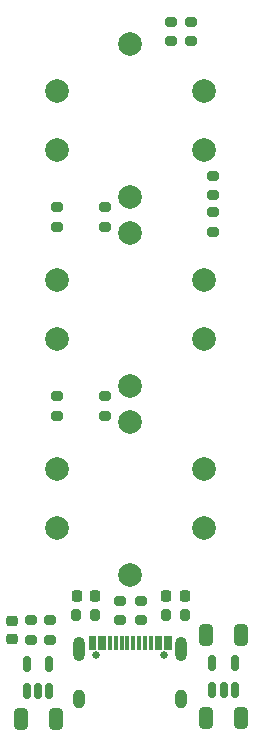
<source format=gts>
%TF.GenerationSoftware,KiCad,Pcbnew,(6.0.5)*%
%TF.CreationDate,2022-11-21T17:11:25+07:00*%
%TF.ProjectId,Smart_P_ESP_3,536d6172-745f-4505-9f45-53505f332e6b,rev?*%
%TF.SameCoordinates,PX88da2e0PY8b54f20*%
%TF.FileFunction,Soldermask,Top*%
%TF.FilePolarity,Negative*%
%FSLAX46Y46*%
G04 Gerber Fmt 4.6, Leading zero omitted, Abs format (unit mm)*
G04 Created by KiCad (PCBNEW (6.0.5)) date 2022-11-21 17:11:25*
%MOMM*%
%LPD*%
G01*
G04 APERTURE LIST*
G04 Aperture macros list*
%AMRoundRect*
0 Rectangle with rounded corners*
0 $1 Rounding radius*
0 $2 $3 $4 $5 $6 $7 $8 $9 X,Y pos of 4 corners*
0 Add a 4 corners polygon primitive as box body*
4,1,4,$2,$3,$4,$5,$6,$7,$8,$9,$2,$3,0*
0 Add four circle primitives for the rounded corners*
1,1,$1+$1,$2,$3*
1,1,$1+$1,$4,$5*
1,1,$1+$1,$6,$7*
1,1,$1+$1,$8,$9*
0 Add four rect primitives between the rounded corners*
20,1,$1+$1,$2,$3,$4,$5,0*
20,1,$1+$1,$4,$5,$6,$7,0*
20,1,$1+$1,$6,$7,$8,$9,0*
20,1,$1+$1,$8,$9,$2,$3,0*%
G04 Aperture macros list end*
%ADD10RoundRect,0.200000X0.275000X-0.200000X0.275000X0.200000X-0.275000X0.200000X-0.275000X-0.200000X0*%
%ADD11RoundRect,0.200000X0.200000X0.275000X-0.200000X0.275000X-0.200000X-0.275000X0.200000X-0.275000X0*%
%ADD12C,2.000000*%
%ADD13RoundRect,0.218750X0.256250X-0.218750X0.256250X0.218750X-0.256250X0.218750X-0.256250X-0.218750X0*%
%ADD14RoundRect,0.250000X-0.325000X-0.650000X0.325000X-0.650000X0.325000X0.650000X-0.325000X0.650000X0*%
%ADD15RoundRect,0.250000X0.325000X0.650000X-0.325000X0.650000X-0.325000X-0.650000X0.325000X-0.650000X0*%
%ADD16RoundRect,0.218750X0.218750X0.256250X-0.218750X0.256250X-0.218750X-0.256250X0.218750X-0.256250X0*%
%ADD17RoundRect,0.218750X-0.218750X-0.256250X0.218750X-0.256250X0.218750X0.256250X-0.218750X0.256250X0*%
%ADD18RoundRect,0.200000X-0.200000X-0.275000X0.200000X-0.275000X0.200000X0.275000X-0.200000X0.275000X0*%
%ADD19RoundRect,0.150000X0.150000X-0.512500X0.150000X0.512500X-0.150000X0.512500X-0.150000X-0.512500X0*%
%ADD20RoundRect,0.200000X-0.275000X0.200000X-0.275000X-0.200000X0.275000X-0.200000X0.275000X0.200000X0*%
%ADD21C,0.650000*%
%ADD22R,0.300000X1.150000*%
%ADD23O,1.000000X2.100000*%
%ADD24O,1.000000X1.600000*%
G04 APERTURE END LIST*
D10*
%TO.C,R19*%
X18000000Y42650000D03*
X18000000Y44300000D03*
%TD*%
D11*
%TO.C,R6*%
X8025000Y10200000D03*
X6375000Y10200000D03*
%TD*%
D12*
%TO.C,SW3*%
X17250000Y22600000D03*
X4750000Y22600000D03*
X4750000Y17600000D03*
X17250000Y17600000D03*
X11000000Y13600000D03*
X11000000Y26600000D03*
%TD*%
D10*
%TO.C,R28*%
X4750000Y27075000D03*
X4750000Y28725000D03*
%TD*%
D12*
%TO.C,SW2*%
X4750000Y38600000D03*
X17250000Y38600000D03*
X4750000Y33600000D03*
X17250000Y33600000D03*
X11000000Y29600000D03*
X11000000Y42600000D03*
%TD*%
D13*
%TO.C,D6*%
X950000Y8162500D03*
X950000Y9737500D03*
%TD*%
D10*
%TO.C,R29*%
X8850000Y27075000D03*
X8850000Y28725000D03*
%TD*%
D14*
%TO.C,C6*%
X17425000Y8500000D03*
X20375000Y8500000D03*
%TD*%
D15*
%TO.C,C11*%
X4675000Y1450000D03*
X1725000Y1450000D03*
%TD*%
D10*
%TO.C,R24*%
X16100000Y58775000D03*
X16100000Y60425000D03*
%TD*%
D16*
%TO.C,D3*%
X15587500Y11850000D03*
X14012500Y11850000D03*
%TD*%
D17*
%TO.C,D4*%
X6462500Y11850000D03*
X8037500Y11850000D03*
%TD*%
D15*
%TO.C,C5*%
X20375000Y1500000D03*
X17425000Y1500000D03*
%TD*%
D18*
%TO.C,R9*%
X13975000Y10200000D03*
X15625000Y10200000D03*
%TD*%
D10*
%TO.C,R27*%
X8850000Y43075000D03*
X8850000Y44725000D03*
%TD*%
D19*
%TO.C,U4*%
X2250000Y3812500D03*
X3200000Y3812500D03*
X4150000Y3812500D03*
X4150000Y6087500D03*
X2250000Y6087500D03*
%TD*%
D10*
%TO.C,R15*%
X2600000Y8125000D03*
X2600000Y9775000D03*
%TD*%
%TO.C,R25*%
X14400000Y58775000D03*
X14400000Y60425000D03*
%TD*%
%TO.C,R26*%
X4750000Y43075000D03*
X4750000Y44725000D03*
%TD*%
D20*
%TO.C,R16*%
X4200000Y9775000D03*
X4200000Y8125000D03*
%TD*%
D21*
%TO.C,J1*%
X13890000Y6805000D03*
X8110000Y6805000D03*
D22*
X7650000Y7870000D03*
X8450000Y7870000D03*
X9750000Y7870000D03*
X10750000Y7870000D03*
X11250000Y7870000D03*
X12250000Y7870000D03*
X13550000Y7870000D03*
X14350000Y7870000D03*
X14050000Y7870000D03*
X13250000Y7870000D03*
X12750000Y7870000D03*
X11750000Y7870000D03*
X10250000Y7870000D03*
X9250000Y7870000D03*
X8750000Y7870000D03*
X7950000Y7870000D03*
D23*
X6680000Y7305000D03*
D24*
X6680000Y3125000D03*
D23*
X15320000Y7305000D03*
D24*
X15320000Y3125000D03*
%TD*%
D12*
%TO.C,SW1*%
X17250000Y54600000D03*
X4750000Y54600000D03*
X4750000Y49600000D03*
X17250000Y49600000D03*
X11000000Y45600000D03*
X11000000Y58600000D03*
%TD*%
D19*
%TO.C,U1*%
X17950000Y3862500D03*
X18900000Y3862500D03*
X19850000Y3862500D03*
X19850000Y6137500D03*
X17950000Y6137500D03*
%TD*%
D10*
%TO.C,R20*%
X18000000Y45750000D03*
X18000000Y47400000D03*
%TD*%
%TO.C,R10*%
X10100000Y9775000D03*
X10100000Y11425000D03*
%TD*%
%TO.C,R11*%
X11900000Y9775000D03*
X11900000Y11425000D03*
%TD*%
M02*

</source>
